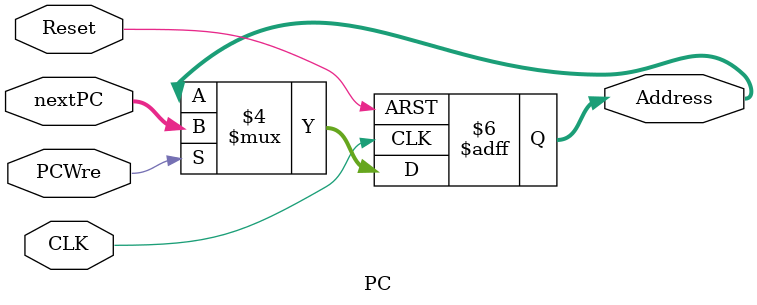
<source format=v>
`timescale 1ns / 1ps


module PC(
        input CLK,
        input Reset,
        input [31:0] nextPC,
        input PCWre,
        output reg [31:0] Address
    );
    
    initial Address<=0;

    always@(posedge CLK or negedge Reset)begin
        if(!Reset)
            Address<=0;
        else if(PCWre)
            Address<=nextPC;
    end
    
endmodule

</source>
